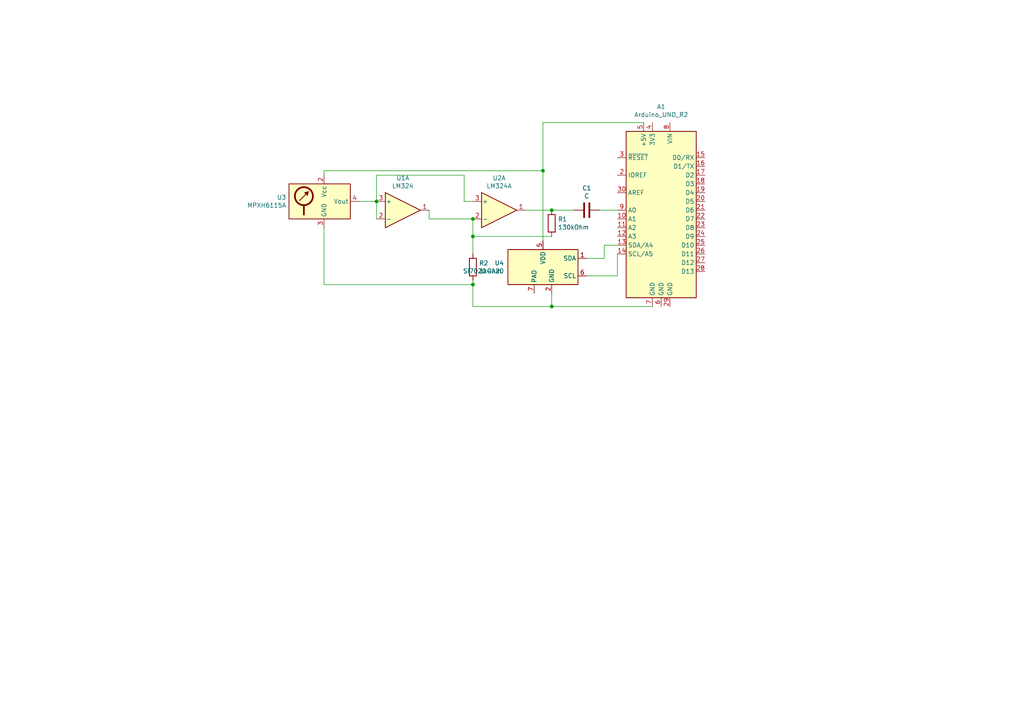
<source format=kicad_sch>
(kicad_sch (version 20211123) (generator eeschema)
  (paper "A4")
  (lib_symbols
    (symbol "Amplifier_Operational:LM324" (pin_names (offset 0.127))
      (property "Reference" "U" (at 0 5.08 0))
      (property "Value" "Amplifier_Operational_LM324" (at 0 -5.08 0))
      (symbol "LM324_1_1"
        (polyline (pts (xy -5.08 5.08) (xy 5.08 0) (xy -5.08 -5.08) (xy -5.08 5.08)) (stroke (width 0.254)) (fill (type background)))
        (pin output line (at 7.62 0 180) (length 2.54) (name "~") (number "1"))
        (pin input line (at -7.62 -2.54 0) (length 2.54) (name "-") (number "2"))
        (pin input line (at -7.62 2.54 0) (length 2.54) (name "+") (number "3"))
      )
      (symbol "LM324_2_1"
        (polyline (pts (xy -5.08 5.08) (xy 5.08 0) (xy -5.08 -5.08) (xy -5.08 5.08)) (stroke (width 0.254)) (fill (type background)))
        (pin input line (at -7.62 2.54 0) (length 2.54) (name "+") (number "5"))
        (pin input line (at -7.62 -2.54 0) (length 2.54) (name "-") (number "6"))
        (pin output line (at 7.62 0 180) (length 2.54) (name "~") (number "7"))
      )
      (symbol "LM324_3_1"
        (polyline (pts (xy -5.08 5.08) (xy 5.08 0) (xy -5.08 -5.08) (xy -5.08 5.08)) (stroke (width 0.254)) (fill (type background)))
        (pin input line (at -7.62 2.54 0) (length 2.54) (name "+") (number "10"))
        (pin output line (at 7.62 0 180) (length 2.54) (name "~") (number "8"))
        (pin input line (at -7.62 -2.54 0) (length 2.54) (name "-") (number "9"))
      )
      (symbol "LM324_4_1"
        (polyline (pts (xy -5.08 5.08) (xy 5.08 0) (xy -5.08 -5.08) (xy -5.08 5.08)) (stroke (width 0.254)) (fill (type background)))
        (pin input line (at -7.62 2.54 0) (length 2.54) (name "+") (number "12"))
        (pin input line (at -7.62 -2.54 0) (length 2.54) (name "-") (number "13"))
        (pin output line (at 7.62 0 180) (length 2.54) (name "~") (number "14"))
      )
      (symbol "LM324_5_1"
        (pin power_in line (at -2.54 -7.62 90) (length 3.81) (name "V-") (number "11"))
        (pin power_in line (at -2.54 7.62 270) (length 3.81) (name "V+") (number "4"))
      )
    )
    (symbol "Amplifier_Operational:LM324A" (pin_names (offset 0.127))
      (property "Reference" "U" (at 0 5.08 0))
      (property "Value" "Amplifier_Operational_LM324A" (at 0 -5.08 0))
      (symbol "LM324A_1_1"
        (polyline (pts (xy -5.08 5.08) (xy 5.08 0) (xy -5.08 -5.08) (xy -5.08 5.08)) (stroke (width 0.254)) (fill (type background)))
        (pin output line (at 7.62 0 180) (length 2.54) (name "~") (number "1"))
        (pin input line (at -7.62 -2.54 0) (length 2.54) (name "-") (number "2"))
        (pin input line (at -7.62 2.54 0) (length 2.54) (name "+") (number "3"))
      )
      (symbol "LM324A_2_1"
        (polyline (pts (xy -5.08 5.08) (xy 5.08 0) (xy -5.08 -5.08) (xy -5.08 5.08)) (stroke (width 0.254)) (fill (type background)))
        (pin input line (at -7.62 2.54 0) (length 2.54) (name "+") (number "5"))
        (pin input line (at -7.62 -2.54 0) (length 2.54) (name "-") (number "6"))
        (pin output line (at 7.62 0 180) (length 2.54) (name "~") (number "7"))
      )
      (symbol "LM324A_3_1"
        (polyline (pts (xy -5.08 5.08) (xy 5.08 0) (xy -5.08 -5.08) (xy -5.08 5.08)) (stroke (width 0.254)) (fill (type background)))
        (pin input line (at -7.62 2.54 0) (length 2.54) (name "+") (number "10"))
        (pin output line (at 7.62 0 180) (length 2.54) (name "~") (number "8"))
        (pin input line (at -7.62 -2.54 0) (length 2.54) (name "-") (number "9"))
      )
      (symbol "LM324A_4_1"
        (polyline (pts (xy -5.08 5.08) (xy 5.08 0) (xy -5.08 -5.08) (xy -5.08 5.08)) (stroke (width 0.254)) (fill (type background)))
        (pin input line (at -7.62 2.54 0) (length 2.54) (name "+") (number "12"))
        (pin input line (at -7.62 -2.54 0) (length 2.54) (name "-") (number "13"))
        (pin output line (at 7.62 0 180) (length 2.54) (name "~") (number "14"))
      )
      (symbol "LM324A_5_1"
        (pin power_in line (at -2.54 -7.62 90) (length 3.81) (name "V-") (number "11"))
        (pin power_in line (at -2.54 7.62 270) (length 3.81) (name "V+") (number "4"))
      )
    )
    (symbol "Device:C" (pin_numbers hide) (pin_names (offset 0.254))
      (property "Reference" "C" (at 0.635 2.54 0))
      (property "Value" "Device_C" (at 0.635 -2.54 0))
      (symbol "C_0_1"
        (polyline (pts (xy -2.032 -0.762) (xy 2.032 -0.762)) (stroke (width 0.508)))
        (polyline (pts (xy -2.032 0.762) (xy 2.032 0.762)) (stroke (width 0.508)))
      )
      (symbol "C_1_1"
        (pin passive line (at 0 3.81 270) (length 2.794) (name "~") (number "1"))
        (pin passive line (at 0 -3.81 90) (length 2.794) (name "~") (number "2"))
      )
    )
    (symbol "Device:R" (pin_numbers hide) (pin_names (offset 0))
      (property "Reference" "R" (at 2.032 0 90))
      (property "Value" "Device_R" (at 0 0 90))
      (symbol "R_0_1"
        (rectangle (start -1.016 -2.54) (end 1.016 2.54) (stroke (width 0.254)))
      )
      (symbol "R_1_1"
        (pin passive line (at 0 3.81 270) (length 1.27) (name "~") (number "1"))
        (pin passive line (at 0 -3.81 90) (length 1.27) (name "~") (number "2"))
      )
    )
    (symbol "MCU_Module:Arduino_UNO_R2"
      (property "Reference" "A" (at -10.16 23.495 0))
      (property "Value" "MCU_Module_Arduino_UNO_R2" (at 5.08 -26.67 0))
      (symbol "Arduino_UNO_R2_0_1"
        (rectangle (start -10.16 22.86) (end 10.16 -25.4) (stroke (width 0.254)) (fill (type background)))
      )
      (symbol "Arduino_UNO_R2_1_1"
        (pin no_connect line (at -10.16 -20.32 0) (length 2.54) hide (name "NC") (number "1"))
        (pin bidirectional line (at 12.7 -2.54 180) (length 2.54) (name "A1") (number "10"))
        (pin bidirectional line (at 12.7 -5.08 180) (length 2.54) (name "A2") (number "11"))
        (pin bidirectional line (at 12.7 -7.62 180) (length 2.54) (name "A3") (number "12"))
        (pin bidirectional line (at 12.7 -10.16 180) (length 2.54) (name "SDA/A4") (number "13"))
        (pin bidirectional line (at 12.7 -12.7 180) (length 2.54) (name "SCL/A5") (number "14"))
        (pin bidirectional line (at -12.7 15.24 0) (length 2.54) (name "D0/RX") (number "15"))
        (pin bidirectional line (at -12.7 12.7 0) (length 2.54) (name "D1/TX") (number "16"))
        (pin bidirectional line (at -12.7 10.16 0) (length 2.54) (name "D2") (number "17"))
        (pin bidirectional line (at -12.7 7.62 0) (length 2.54) (name "D3") (number "18"))
        (pin bidirectional line (at -12.7 5.08 0) (length 2.54) (name "D4") (number "19"))
        (pin output line (at 12.7 10.16 180) (length 2.54) (name "IOREF") (number "2"))
        (pin bidirectional line (at -12.7 2.54 0) (length 2.54) (name "D5") (number "20"))
        (pin bidirectional line (at -12.7 0 0) (length 2.54) (name "D6") (number "21"))
        (pin bidirectional line (at -12.7 -2.54 0) (length 2.54) (name "D7") (number "22"))
        (pin bidirectional line (at -12.7 -5.08 0) (length 2.54) (name "D8") (number "23"))
        (pin bidirectional line (at -12.7 -7.62 0) (length 2.54) (name "D9") (number "24"))
        (pin bidirectional line (at -12.7 -10.16 0) (length 2.54) (name "D10") (number "25"))
        (pin bidirectional line (at -12.7 -12.7 0) (length 2.54) (name "D11") (number "26"))
        (pin bidirectional line (at -12.7 -15.24 0) (length 2.54) (name "D12") (number "27"))
        (pin bidirectional line (at -12.7 -17.78 0) (length 2.54) (name "D13") (number "28"))
        (pin power_in line (at -2.54 -27.94 90) (length 2.54) (name "GND") (number "29"))
        (pin input line (at 12.7 15.24 180) (length 2.54) (name "~{RESET}") (number "3"))
        (pin input line (at 12.7 5.08 180) (length 2.54) (name "AREF") (number "30"))
        (pin power_out line (at 2.54 25.4 270) (length 2.54) (name "3V3") (number "4"))
        (pin power_out line (at 5.08 25.4 270) (length 2.54) (name "+5V") (number "5"))
        (pin power_in line (at 0 -27.94 90) (length 2.54) (name "GND") (number "6"))
        (pin power_in line (at 2.54 -27.94 90) (length 2.54) (name "GND") (number "7"))
        (pin power_in line (at -2.54 25.4 270) (length 2.54) (name "VIN") (number "8"))
        (pin bidirectional line (at 12.7 0 180) (length 2.54) (name "A0") (number "9"))
      )
    )
    (symbol "Sensor_Humidity:Si7020-A20"
      (property "Reference" "U" (at -5.08 7.62 0))
      (property "Value" "Sensor_Humidity_Si7020-A20" (at -10.16 10.16 0))
      (symbol "Si7020-A20_0_1"
        (rectangle (start -10.16 5.08) (end 10.16 -5.08) (stroke (width 0.254)) (fill (type background)))
      )
      (symbol "Si7020-A20_1_1"
        (pin bidirectional line (at -12.7 2.54 0) (length 2.54) (name "SDA") (number "1"))
        (pin power_in line (at -2.54 -7.62 90) (length 2.54) (name "GND") (number "2"))
        (pin no_connect line (at 10.16 2.54 180) (length 2.54) hide (name "NC") (number "3"))
        (pin no_connect line (at 10.16 -2.54 180) (length 2.54) hide (name "NC") (number "4"))
        (pin power_in line (at 0 7.62 270) (length 2.54) (name "VDD") (number "5"))
        (pin input line (at -12.7 -2.54 0) (length 2.54) (name "SCL") (number "6"))
        (pin passive line (at 2.54 -7.62 90) (length 2.54) (name "PAD") (number "7"))
      )
    )
    (symbol "Sensor_Pressure:MPXH6115A"
      (property "Reference" "U" (at -10.16 6.35 0))
      (property "Value" "Sensor_Pressure_MPXH6115A" (at 1.27 6.35 0))
      (symbol "MPXH6115A_0_1"
        (circle (center -5.842 1.524) (radius 2.6162) (stroke (width 0.508)))
        (polyline (pts (xy -7.112 0.254) (xy -4.572 2.794)) (stroke (width 0.254)))
        (polyline (pts (xy -5.842 -1.27) (xy -5.842 -3.81)) (stroke (width 0.508)))
        (polyline (pts (xy -4.572 2.794) (xy -4.826 1.778) (xy -5.588 2.54) (xy -4.572 2.794)) (stroke (width 0.254)) (fill (type outline)))
        (rectangle (start 7.62 5.08) (end -10.16 -5.08) (stroke (width 0.254)) (fill (type background)))
      )
      (symbol "MPXH6115A_1_1"
        (pin no_connect line (at 5.08 -5.08 90) (length 2.54) hide (name "NC") (number "1"))
        (pin power_in line (at 0 7.62 270) (length 2.54) (name "Vcc") (number "2"))
        (pin power_in line (at 0 -7.62 90) (length 2.54) (name "GND") (number "3"))
        (pin output line (at 10.16 0 180) (length 2.54) (name "Vout") (number "4"))
        (pin no_connect line (at -7.62 -5.08 90) (length 2.54) hide (name "NC") (number "5"))
        (pin no_connect line (at -5.08 -5.08 90) (length 2.54) hide (name "NC") (number "6"))
        (pin no_connect line (at -2.54 -5.08 90) (length 2.54) hide (name "NC") (number "7"))
        (pin no_connect line (at 2.54 -5.08 90) (length 2.54) hide (name "NC") (number "8"))
      )
    )
  )
  (junction (at 137.16 63.5))
  (junction (at 160.02 60.96))
  (junction (at 160.02 88.9))
  (junction (at 137.16 82.55))
  (junction (at 157.48 49.53))
  (junction (at 109.22 58.42))
  (junction (at 137.16 68.58))
  (wire (pts (xy 160.02 85.09) (xy 160.02 88.9)))
  (wire (pts (xy 173.99 60.96) (xy 179.07 60.96)))
  (wire (pts (xy 104.14 58.42) (xy 109.22 58.42)))
  (wire (pts (xy 175.26 74.93) (xy 175.26 71.12)))
  (wire (pts (xy 175.26 71.12) (xy 179.07 71.12)))
  (wire (pts (xy 137.16 68.58) (xy 137.16 63.5)))
  (wire (pts (xy 109.22 50.8) (xy 134.62 50.8)))
  (wire (pts (xy 157.48 35.56) (xy 186.69 35.56)))
  (wire (pts (xy 137.16 81.28) (xy 137.16 82.55)))
  (wire (pts (xy 137.16 88.9) (xy 160.02 88.9)))
  (wire (pts (xy 157.48 49.53) (xy 157.48 35.56)))
  (wire (pts (xy 137.16 68.58) (xy 160.02 68.58)))
  (wire (pts (xy 134.62 50.8) (xy 134.62 58.42)))
  (wire (pts (xy 170.18 80.01) (xy 179.07 80.01)))
  (wire (pts (xy 137.16 82.55) (xy 137.16 88.9)))
  (wire (pts (xy 93.98 49.53) (xy 157.48 49.53)))
  (wire (pts (xy 134.62 58.42) (xy 137.16 58.42)))
  (wire (pts (xy 152.4 60.96) (xy 160.02 60.96)))
  (wire (pts (xy 124.46 63.5) (xy 137.16 63.5)))
  (wire (pts (xy 93.98 82.55) (xy 137.16 82.55)))
  (wire (pts (xy 137.16 73.66) (xy 137.16 68.58)))
  (wire (pts (xy 160.02 88.9) (xy 189.23 88.9)))
  (wire (pts (xy 124.46 60.96) (xy 124.46 63.5)))
  (wire (pts (xy 93.98 66.04) (xy 93.98 82.55)))
  (wire (pts (xy 109.22 50.8) (xy 109.22 58.42)))
  (wire (pts (xy 93.98 50.8) (xy 93.98 49.53)))
  (wire (pts (xy 160.02 60.96) (xy 166.37 60.96)))
  (wire (pts (xy 157.48 69.85) (xy 157.48 49.53)))
  (wire (pts (xy 170.18 74.93) (xy 175.26 74.93)))
  (wire (pts (xy 109.22 58.42) (xy 109.22 63.5)))
  (wire (pts (xy 179.07 80.01) (xy 179.07 73.66)))
  (symbol (lib_id "Amplifier_Operational:LM324") (at 116.84 60.96 0) (unit 1)
    (property "Reference" "U1" (at 116.84 51.6382 0))
    (property "Value" "LM324" (at 116.84 53.9496 0))
    (property "Datasheet" "http://www.ti.com/lit/ds/symlink/lm2902-n.pdf" (effects hide))
  )
  (symbol (lib_id "Amplifier_Operational:LM324A") (at 144.78 60.96 0) (unit 1)
    (property "Reference" "U2" (at 144.78 51.6382 0))
    (property "Value" "LM324A" (at 144.78 53.9496 0))
    (property "Datasheet" "http://www.ti.com/lit/ds/symlink/lm2902-n.pdf" (effects hide))
  )
  (symbol (lib_id "Device:R") (at 137.16 77.47 0) (unit 1)
    (property "Reference" "R2" (at 138.938 76.3016 0) (effects (justify left)))
    (property "Value" "1kOhm" (at 138.938 78.613 0) (effects (justify left)))
  )
  (symbol (lib_id "Device:R") (at 160.02 64.77 0) (unit 1)
    (property "Reference" "R1" (at 161.798 63.6016 0) (effects (justify left)))
    (property "Value" "130kOhm" (at 161.798 65.913 0) (effects (justify left)))
  )
  (symbol (lib_id "Device:C") (at 170.18 60.96 270) (unit 1)
    (property "Reference" "C1" (at 170.18 54.5592 90))
    (property "Value" "C" (at 170.18 56.8706 90))
  )
  (symbol (lib_id "MCU_Module:Arduino_UNO_R2") (at 191.77 60.96 0) (mirror y) (unit 1)
    (property "Reference" "A1" (at 191.77 30.9626 0))
    (property "Value" "Arduino_UNO_R2" (at 191.77 33.274 0))
    (property "Footprint" "Module:Arduino_UNO_R2" (effects hide))
    (property "Datasheet" "https://www.arduino.cc/en/Main/arduinoBoardUno" (effects hide))
  )
  (symbol (lib_id "Sensor_Pressure:MPXH6115A") (at 93.98 58.42 0) (unit 1)
    (property "Reference" "U3" (at 83.058 57.2516 0) (effects (justify right)))
    (property "Value" "MPXH6115A" (at 83.058 59.563 0) (effects (justify right)))
    (property "Datasheet" "http://www.nxp.com/files/sensors/doc/data_sheet/MPXA6115A.pdf" (effects hide))
  )
  (symbol (lib_id "Sensor_Humidity:Si7020-A20") (at 157.48 77.47 0) (mirror y) (unit 1)
    (property "Reference" "U4" (at 146.2024 76.3016 0) (effects (justify left)))
    (property "Value" "Si7020-A20" (at 146.2024 78.613 0) (effects (justify left)))
    (property "Footprint" "Package_DFN_QFN:DFN-6-1EP_3x3mm_P1mm_EP1.5x2.4mm" (effects hide))
    (property "Datasheet" "https://www.silabs.com/documents/public/data-sheets/Si7020-A20.pdf" (effects hide))
  )
)
</source>
